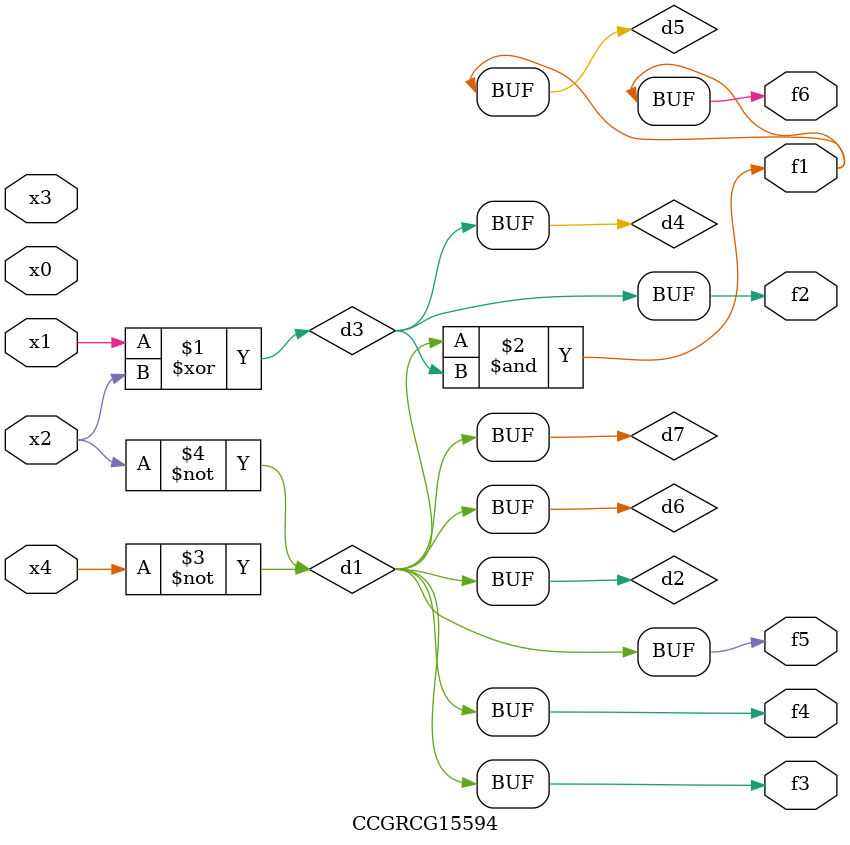
<source format=v>
module CCGRCG15594(
	input x0, x1, x2, x3, x4,
	output f1, f2, f3, f4, f5, f6
);

	wire d1, d2, d3, d4, d5, d6, d7;

	not (d1, x4);
	not (d2, x2);
	xor (d3, x1, x2);
	buf (d4, d3);
	and (d5, d1, d3);
	buf (d6, d1, d2);
	buf (d7, d2);
	assign f1 = d5;
	assign f2 = d4;
	assign f3 = d7;
	assign f4 = d7;
	assign f5 = d7;
	assign f6 = d5;
endmodule

</source>
